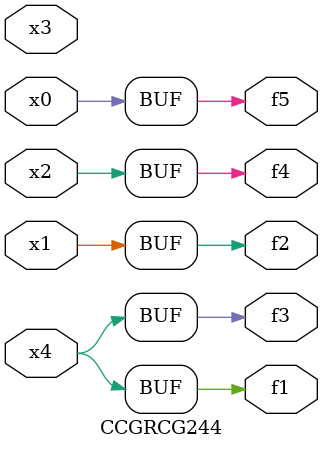
<source format=v>
module CCGRCG244(
	input x0, x1, x2, x3, x4,
	output f1, f2, f3, f4, f5
);
	assign f1 = x4;
	assign f2 = x1;
	assign f3 = x4;
	assign f4 = x2;
	assign f5 = x0;
endmodule

</source>
